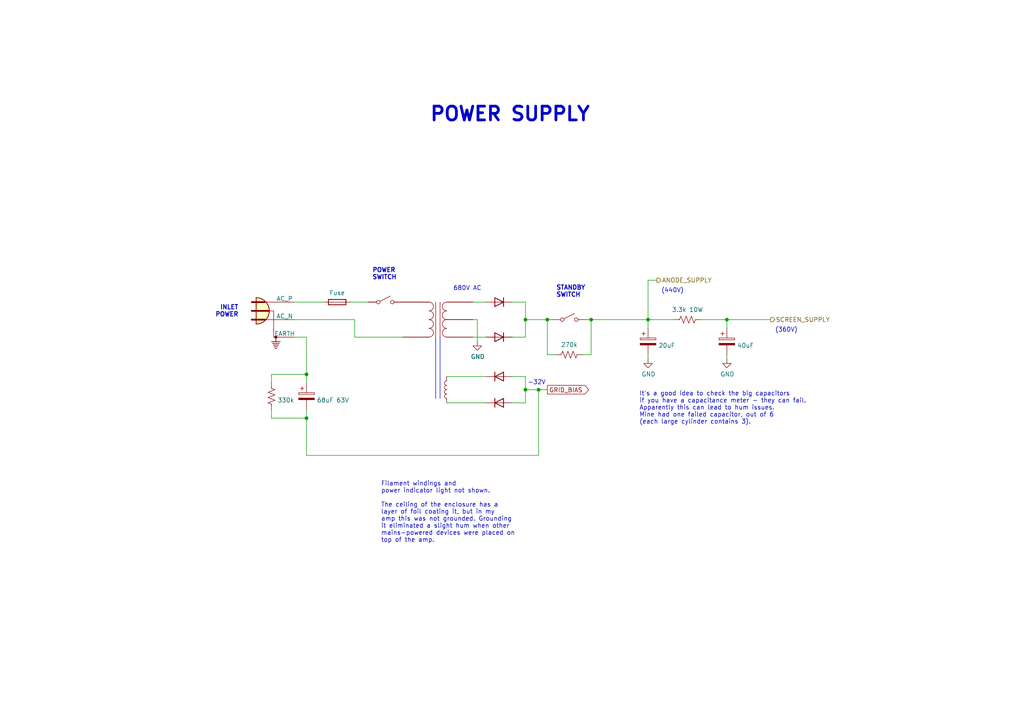
<source format=kicad_sch>
(kicad_sch (version 20211123) (generator eeschema)
  (paper "A4")
  (lib_symbols
    (symbol "Connector:Conn_WallPlug_Earth" (pin_numbers hide) (pin_names (offset 0))
      (property "Reference" "P" (at 0 3.81 0))
      (property "Value" "Conn_WallPlug_Earth" (at -5.08 0 90))
      (symbol "Conn_WallPlug_Earth_0_1"
        (arc (start -3.175 -3.81) (mid 0.635 0) (end -3.175 3.81) (stroke (width 0.254)) (fill (type background)))
        (polyline (pts (xy -4.445 -2.54) (xy -0.635 -2.54)) (stroke (width 0.508)))
        (polyline (pts (xy -4.445 0) (xy 0.508 0)) (stroke (width 0.508)))
        (polyline (pts (xy -4.445 2.54) (xy -0.635 2.54)) (stroke (width 0.508)))
        (polyline (pts (xy -3.175 -3.81) (xy -3.175 3.81)) (stroke (width 0.254)))
        (polyline (pts (xy -0.635 -2.54) (xy 2.54 -2.54)))
        (polyline (pts (xy -0.635 2.54) (xy 2.54 2.54)))
        (polyline (pts (xy 1.524 -9.398) (xy 3.556 -9.398)) (stroke (width 0.2032)))
        (polyline (pts (xy 1.778 -9.906) (xy 3.302 -9.906)) (stroke (width 0.2032)))
        (polyline (pts (xy 2.032 -10.414) (xy 3.048 -10.414)) (stroke (width 0.2032)))
        (polyline (pts (xy 2.286 -10.922) (xy 2.794 -10.922)) (stroke (width 0.2032)))
        (polyline (pts (xy 2.54 -7.62) (xy 2.54 -8.89)) (stroke (width 0.2032)))
        (polyline (pts (xy 3.81 -8.89) (xy 1.27 -8.89)) (stroke (width 0.2032)))
        (polyline (pts (xy 2.54 -7.62) (xy 1.905 -7.62) (xy 1.905 0) (xy -4.445 0)))
        (circle (center 2.54 -7.62) (radius 0.3556) (fill (type outline)))
      )
      (symbol "Conn_WallPlug_Earth_1_1"
        (pin power_out line (at 7.62 2.54 180) (length 5.08) (name "AC_P") (number "1"))
        (pin power_out line (at 7.62 -2.54 180) (length 5.08) (name "AC_N") (number "2"))
        (pin passive line (at 7.62 -7.62 180) (length 5.08) (name "EARTH") (number "3"))
      )
    )
    (symbol "Device:CP" (pin_numbers hide) (pin_names (offset 0.254))
      (property "Reference" "C" (at 0.635 2.54 0))
      (property "Value" "Device_CP" (at 0.635 -2.54 0))
      (symbol "CP_0_1"
        (rectangle (start -2.286 0.508) (end 2.286 1.016))
        (polyline (pts (xy -1.778 2.286) (xy -0.762 2.286)))
        (polyline (pts (xy -1.27 2.794) (xy -1.27 1.778)))
        (rectangle (start 2.286 -0.508) (end -2.286 -1.016) (fill (type outline)))
      )
      (symbol "CP_1_1"
        (pin passive line (at 0 3.81 270) (length 2.794) (name "~") (number "1"))
        (pin passive line (at 0 -3.81 90) (length 2.794) (name "~") (number "2"))
      )
    )
    (symbol "Device:D" (pin_numbers hide) (pin_names (offset 1.016) hide)
      (property "Reference" "D" (at 0 2.54 0))
      (property "Value" "D" (at 0 -2.54 0))
      (symbol "D_0_1"
        (polyline (pts (xy -1.27 1.27) (xy -1.27 -1.27)) (stroke (width 0.254)))
        (polyline (pts (xy 1.27 0) (xy -1.27 0)))
        (polyline (pts (xy 1.27 1.27) (xy 1.27 -1.27) (xy -1.27 0) (xy 1.27 1.27)) (stroke (width 0.254)))
      )
      (symbol "D_1_1"
        (pin passive line (at -3.81 0 0) (length 2.54) (name "K") (number "1"))
        (pin passive line (at 3.81 0 180) (length 2.54) (name "A") (number "2"))
      )
    )
    (symbol "Device:Fuse" (pin_numbers hide) (pin_names (offset 0))
      (property "Reference" "F" (at 2.032 0 90))
      (property "Value" "Fuse" (at -1.905 0 90))
      (symbol "Fuse_0_1"
        (rectangle (start -0.762 -2.54) (end 0.762 2.54) (stroke (width 0.254)))
        (polyline (pts (xy 0 2.54) (xy 0 -2.54)))
      )
      (symbol "Fuse_1_1"
        (pin passive line (at 0 3.81 270) (length 1.27) (name "~") (number "1"))
        (pin passive line (at 0 -3.81 90) (length 1.27) (name "~") (number "2"))
      )
    )
    (symbol "Device:L" (pin_numbers hide) (pin_names (offset 1.016) hide)
      (property "Reference" "L" (at -1.27 0 90))
      (property "Value" "L" (at 1.905 0 90))
      (symbol "L_0_1"
        (arc (start 0 -2.54) (mid 0.635 -1.905) (end 0 -1.27))
        (arc (start 0 -1.27) (mid 0.635 -0.635) (end 0 0))
        (arc (start 0 0) (mid 0.635 0.635) (end 0 1.27))
        (arc (start 0 1.27) (mid 0.635 1.905) (end 0 2.54))
      )
      (symbol "L_1_1"
        (pin passive line (at 0 3.81 270) (length 1.27) (name "1") (number "1"))
        (pin passive line (at 0 -3.81 90) (length 1.27) (name "2") (number "2"))
      )
    )
    (symbol "Device:R_US" (pin_numbers hide) (pin_names (offset 0))
      (property "Reference" "R" (at 2.54 0 90))
      (property "Value" "R_US" (at -2.54 0 90))
      (symbol "R_US_0_1"
        (polyline (pts (xy 0 -2.286) (xy 0 -2.54)))
        (polyline (pts (xy 0 2.286) (xy 0 2.54)))
        (polyline (pts (xy 0 -0.762) (xy 1.016 -1.143) (xy 0 -1.524) (xy -1.016 -1.905) (xy 0 -2.286)))
        (polyline (pts (xy 0 0.762) (xy 1.016 0.381) (xy 0 0) (xy -1.016 -0.381) (xy 0 -0.762)))
        (polyline (pts (xy 0 2.286) (xy 1.016 1.905) (xy 0 1.524) (xy -1.016 1.143) (xy 0 0.762)))
      )
      (symbol "R_US_1_1"
        (pin passive line (at 0 3.81 270) (length 1.27) (name "~") (number "1"))
        (pin passive line (at 0 -3.81 90) (length 1.27) (name "~") (number "2"))
      )
    )
    (symbol "Device:Transformer_1P_SS" (pin_numbers hide) (pin_names (offset 1.016) hide)
      (property "Reference" "T" (at 0 6.35 0))
      (property "Value" "Transformer_1P_SS" (at 0 -7.62 0))
      (symbol "Transformer_1P_SS_0_1"
        (arc (start -2.54 -5.0546) (mid -1.6561 -4.6863) (end -1.27 -3.81))
        (arc (start -2.54 -2.5146) (mid -1.6561 -2.1463) (end -1.27 -1.27))
        (arc (start -2.54 0.0254) (mid -1.6561 0.3937) (end -1.27 1.27))
        (arc (start -2.54 2.5654) (mid -1.6561 2.9337) (end -1.27 3.81))
        (arc (start -1.27 -3.81) (mid -1.642 -2.912) (end -2.54 -2.54))
        (arc (start -1.27 -1.27) (mid -1.642 -0.372) (end -2.54 0))
        (arc (start -1.27 1.27) (mid -1.642 2.168) (end -2.54 2.54))
        (arc (start -1.27 3.81) (mid -1.642 4.708) (end -2.54 5.08))
        (polyline (pts (xy -0.635 5.08) (xy -0.635 -5.08)))
        (polyline (pts (xy 0.635 -5.08) (xy 0.635 5.08)))
        (arc (start 1.2954 -1.27) (mid 1.6599 -2.1501) (end 2.54 -2.5146))
        (arc (start 1.2954 1.27) (mid 1.6599 0.3899) (end 2.54 0.0254))
        (arc (start 1.2954 3.81) (mid 1.6599 2.9299) (end 2.54 2.5654))
        (arc (start 1.3208 -3.81) (mid 1.6853 -4.6901) (end 2.5654 -5.0546))
        (arc (start 2.54 0) (mid 1.6456 -0.3683) (end 1.2954 -1.27))
        (arc (start 2.54 2.54) (mid 1.6456 2.1717) (end 1.2954 1.27))
        (arc (start 2.54 5.08) (mid 1.6456 4.7117) (end 1.2954 3.81))
        (arc (start 2.5654 -2.54) (mid 1.671 -2.9083) (end 1.3208 -3.81))
      )
      (symbol "Transformer_1P_SS_1_1"
        (pin passive line (at -10.16 5.08 0) (length 7.62) (name "AA") (number "1"))
        (pin passive line (at -10.16 -5.08 0) (length 7.62) (name "AB") (number "2"))
        (pin passive line (at 10.16 -5.08 180) (length 7.62) (name "SA") (number "3"))
        (pin passive line (at 10.16 0 180) (length 7.62) (name "SC") (number "4"))
        (pin passive line (at 10.16 5.08 180) (length 7.62) (name "SB") (number "5"))
      )
    )
    (symbol "SW_SPST_1" (pin_numbers hide) (pin_names (offset 0) hide)
      (property "Reference" "SW" (at 0 3.175 0))
      (property "Value" "SW_SPST_1" (at 0 -2.54 0))
      (symbol "SW_SPST_1_0_0"
        (circle (center -2.032 0) (radius 0.508))
        (polyline (pts (xy -1.524 0.254) (xy 1.524 1.778)))
        (circle (center 2.032 0) (radius 0.508))
      )
      (symbol "SW_SPST_1_1_1"
        (pin passive line (at -5.08 0 0) (length 2.54) (name "A") (number "1"))
        (pin passive line (at 5.08 0 180) (length 2.54) (name "B") (number "2"))
      )
    )
    (symbol "Switch:SW_SPST" (pin_numbers hide) (pin_names (offset 0) hide)
      (property "Reference" "SW" (at 0 3.175 0))
      (property "Value" "SW_SPST" (at 0 -2.54 0))
      (symbol "SW_SPST_0_0"
        (circle (center -2.032 0) (radius 0.508))
        (polyline (pts (xy -1.524 0.254) (xy 1.524 1.778)))
        (circle (center 2.032 0) (radius 0.508))
      )
      (symbol "SW_SPST_1_1"
        (pin passive line (at -5.08 0 0) (length 2.54) (name "A") (number "1"))
        (pin passive line (at 5.08 0 180) (length 2.54) (name "B") (number "2"))
      )
    )
    (symbol "power:GND" (power) (pin_names (offset 0))
      (property "Value" "GND" (at 0 -3.81 0))
      (symbol "GND_0_1"
        (polyline (pts (xy 0 0) (xy 0 -1.27) (xy 1.27 -1.27) (xy 0 -2.54) (xy -1.27 -1.27) (xy 0 -1.27)))
      )
      (symbol "GND_1_1"
        (pin power_in line (at 0 0 270) (length 0) hide (name "GND") (number "1"))
      )
    )
  )
  (junction (at 187.96 92.71))
  (junction (at 152.4 113.03))
  (junction (at 152.4 92.71))
  (junction (at 88.9 108.585))
  (junction (at 158.75 92.71))
  (junction (at 171.45 92.71))
  (junction (at 88.9 121.285))
  (junction (at 210.82 92.71))
  (junction (at 156.21 113.03))
  (wire (pts (xy 152.4 109.22) (xy 148.59 109.22)))
  (wire (pts (xy 171.45 92.71) (xy 187.96 92.71)))
  (wire (pts (xy 223.52 92.71) (xy 210.82 92.71)))
  (wire (pts (xy 158.75 113.03) (xy 156.21 113.03)))
  (wire (pts (xy 102.87 97.79) (xy 116.84 97.79)))
  (wire (pts (xy 152.4 87.63) (xy 148.59 87.63)))
  (wire (pts (xy 78.74 121.285) (xy 78.74 118.745)))
  (wire (pts (xy 137.16 97.79) (xy 140.97 97.79)))
  (wire (pts (xy 187.96 81.28) (xy 190.5 81.28)))
  (wire (pts (xy 171.45 102.87) (xy 171.45 92.71)))
  (wire (pts (xy 187.96 104.14) (xy 187.96 102.87)))
  (wire (pts (xy 85.09 97.79) (xy 88.9 97.79)))
  (wire (pts (xy 140.97 87.63) (xy 137.16 87.63)))
  (polyline (pts (xy 127.635 97.79) (xy 127.635 115.57)) (stroke (width 0) (type solid)))
  (wire (pts (xy 88.9 121.285) (xy 88.9 132.08)))
  (wire (pts (xy 161.29 102.87) (xy 158.75 102.87)))
  (wire (pts (xy 187.96 95.25) (xy 187.96 92.71)))
  (wire (pts (xy 210.82 104.14) (xy 210.82 102.87)))
  (wire (pts (xy 187.96 92.71) (xy 187.96 81.28)))
  (wire (pts (xy 102.87 92.71) (xy 102.87 97.79)))
  (wire (pts (xy 106.68 87.63) (xy 101.6 87.63)))
  (wire (pts (xy 148.59 116.84) (xy 152.4 116.84)))
  (wire (pts (xy 88.9 121.285) (xy 78.74 121.285)))
  (wire (pts (xy 152.4 116.84) (xy 152.4 113.03)))
  (wire (pts (xy 88.9 132.08) (xy 156.21 132.08)))
  (wire (pts (xy 156.21 113.03) (xy 152.4 113.03)))
  (wire (pts (xy 78.74 108.585) (xy 88.9 108.585)))
  (wire (pts (xy 140.97 116.84) (xy 129.54 116.84)))
  (wire (pts (xy 168.91 102.87) (xy 171.45 102.87)))
  (wire (pts (xy 138.43 92.71) (xy 138.43 99.06)))
  (wire (pts (xy 85.09 92.71) (xy 102.87 92.71)))
  (wire (pts (xy 148.59 97.79) (xy 152.4 97.79)))
  (wire (pts (xy 152.4 92.71) (xy 152.4 87.63)))
  (wire (pts (xy 203.2 92.71) (xy 210.82 92.71)))
  (wire (pts (xy 137.16 92.71) (xy 138.43 92.71)))
  (wire (pts (xy 88.9 97.79) (xy 88.9 108.585)))
  (wire (pts (xy 156.21 132.08) (xy 156.21 113.03)))
  (wire (pts (xy 160.02 92.71) (xy 158.75 92.71)))
  (wire (pts (xy 171.45 92.71) (xy 170.18 92.71)))
  (wire (pts (xy 152.4 97.79) (xy 152.4 92.71)))
  (wire (pts (xy 158.75 92.71) (xy 152.4 92.71)))
  (wire (pts (xy 93.98 87.63) (xy 85.09 87.63)))
  (wire (pts (xy 210.82 95.25) (xy 210.82 92.71)))
  (wire (pts (xy 187.96 92.71) (xy 195.58 92.71)))
  (wire (pts (xy 88.9 108.585) (xy 88.9 111.125)))
  (wire (pts (xy 152.4 113.03) (xy 152.4 109.22)))
  (polyline (pts (xy 126.365 97.79) (xy 126.365 115.57)) (stroke (width 0) (type solid)))
  (wire (pts (xy 158.75 102.87) (xy 158.75 92.71)))
  (wire (pts (xy 140.97 109.22) (xy 129.54 109.22)))
  (wire (pts (xy 88.9 118.745) (xy 88.9 121.285)))
  (wire (pts (xy 78.74 108.585) (xy 78.74 111.125)))
  (text "-32V" (at 153.035 111.76 0) (effects (font (size 1.27 1.27)) (justify left bottom)))
  (text "Filament windings and\npower indicator light not shown.\n\nThe ceiling of the enclosure has a\nlayer of foil coating it, but in my\namp this was not grounded. Grounding\nit eliminated a slight hum when other\nmains-powered devices were placed on\ntop of the amp." (at 110.49 157.48 0) (effects (font (size 1.27 1.27)) (justify left bottom)))
  (text "It's a good idea to check the big capacitors\nif you have a capacitance meter - they can fail.\nApparently this can lead to hum issues.\nMine had one failed capacitor, out of 6\n(each large cylinder contains 3)." (at 185.42 123.19 0) (effects (font (size 1.27 1.27)) (justify left bottom)))
  (text "POWER\nSWITCH" (at 107.95 81.28 0) (effects (font (size 1.27 1.27) (thickness 0.254) bold) (justify left bottom)))
  (text "(440V)" (at 191.77 85.09 0) (effects (font (size 1.27 1.27)) (justify left bottom)))
  (text "STANDBY\nSWITCH" (at 161.29 86.36 0) (effects (font (size 1.27 1.27) (thickness 0.254) bold) (justify left bottom)))
  (text "POWER SUPPLY" (at 171.45 35.56 180) (effects (font (size 3.9878 3.9878) (thickness 0.7976) bold) (justify right bottom)))
  (text "(360V)" (at 224.79 96.52 0) (effects (font (size 1.27 1.27)) (justify left bottom)))
  (text "680V AC" (at 131.445 84.455 0) (effects (font (size 1.27 1.27)) (justify left bottom)))
  (text "INLET\nPOWER" (at 69.215 92.075 180) (effects (font (size 1.27 1.27) (thickness 0.254) bold) (justify right bottom)))
  (global_label "GRID_BIAS" (shape output) (at 158.75 113.03 0) (property "Intersheet References" "${INTERSHEET_REFS}" (effects hide)))
  (hierarchical_label "SCREEN_SUPPLY" (shape output) (at 223.52 92.71 0))
  (hierarchical_label "ANODE_SUPPLY" (shape output) (at 190.5 81.28 0))
  (symbol (lib_id "Connector:Conn_WallPlug_Earth") (at 77.47 90.17 0) (unit 1)
    (property "Reference" "P?" (effects hide))
    (property "Value" "Conn_WallPlug_Earth" (effects hide))
  )
  (symbol (lib_id "Device:Fuse") (at 97.79 87.63 270) (unit 1)
    (property "Reference" "F?" (effects hide))
    (property "Value" "Fuse" (at 97.79 84.9376 90))
  )
  (symbol (lib_name "SW_SPST_1") (lib_id "Switch:SW_SPST") (at 111.76 87.63 0) (unit 1)
    (property "Reference" "SW?" (effects hide))
    (property "Value" "SW_SPST" (effects hide))
  )
  (symbol (lib_id "Device:Transformer_1P_SS") (at 127 92.71 0) (unit 1)
    (property "Reference" "T?" (effects hide))
    (property "Value" "Transformer_1P_SS" (effects hide))
  )
  (symbol (lib_id "power:GND") (at 138.43 99.06 0) (unit 1)
    (property "Reference" "#PWR?" (effects hide))
    (property "Value" "GND" (at 138.557 103.4542 0))
  )
  (symbol (lib_id "Device:D") (at 144.78 87.63 180) (unit 1)
    (property "Reference" "D?" (effects hide))
    (property "Value" "D" (effects hide))
  )
  (symbol (lib_id "Device:D") (at 144.78 97.79 180) (unit 1)
    (property "Reference" "D?" (effects hide))
    (property "Value" "D" (effects hide))
  )
  (symbol (lib_id "Switch:SW_SPST") (at 165.1 92.71 0) (unit 1)
    (property "Reference" "SW?" (effects hide))
    (property "Value" "SW_SPST" (effects hide))
  )
  (symbol (lib_id "Device:R_US") (at 165.1 102.87 270) (unit 1)
    (property "Reference" "R?" (effects hide))
    (property "Value" "270k" (at 165.1 99.9744 90))
  )
  (symbol (lib_id "Device:CP") (at 187.96 99.06 0) (unit 1)
    (property "Reference" "C?" (effects hide))
    (property "Value" "20uF" (at 190.9572 100.203 0) (effects (justify left)))
  )
  (symbol (lib_id "power:GND") (at 187.96 104.14 0) (unit 1)
    (property "Reference" "#PWR?" (effects hide))
    (property "Value" "GND" (at 188.087 108.5342 0))
  )
  (symbol (lib_id "Device:R_US") (at 199.39 92.71 270) (unit 1)
    (property "Reference" "R?" (effects hide))
    (property "Value" "3.3k 10W" (at 199.39 89.8144 90))
  )
  (symbol (lib_id "Device:CP") (at 210.82 99.06 0) (unit 1)
    (property "Reference" "C?" (effects hide))
    (property "Value" "40uF" (at 213.8172 100.203 0) (effects (justify left)))
  )
  (symbol (lib_id "power:GND") (at 210.82 104.14 0) (unit 1)
    (property "Reference" "#PWR?" (effects hide))
    (property "Value" "GND" (at 210.947 108.5342 0))
  )
  (symbol (lib_id "Device:CP") (at 88.9 114.935 0) (unit 1)
    (property "Reference" "C?" (effects hide))
    (property "Value" "68uF 63V" (at 91.8972 116.078 0) (effects (justify left)))
  )
  (symbol (lib_id "Device:R_US") (at 78.74 114.935 180) (unit 1)
    (property "Reference" "R?" (effects hide))
    (property "Value" "330k" (at 80.4672 116.078 0) (effects (justify right)))
  )
  (symbol (lib_id "Device:D") (at 144.78 109.22 0) (unit 1)
    (property "Reference" "D?" (effects hide))
    (property "Value" "D" (effects hide))
  )
  (symbol (lib_id "Device:D") (at 144.78 116.84 0) (unit 1)
    (property "Reference" "D?" (effects hide))
    (property "Value" "D" (effects hide))
  )
  (symbol (lib_id "Device:L") (at 129.54 113.03 180) (unit 1)
    (property "Reference" "L?" (effects hide))
    (property "Value" "L" (effects hide))
  )
)
</source>
